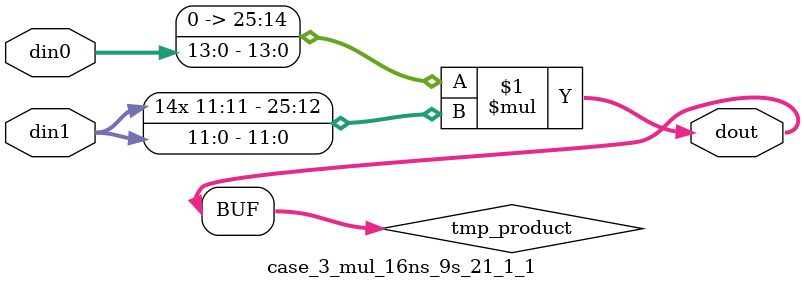
<source format=v>

`timescale 1 ns / 1 ps

 (* use_dsp = "no" *)  module case_3_mul_16ns_9s_21_1_1(din0, din1, dout);
parameter ID = 1;
parameter NUM_STAGE = 0;
parameter din0_WIDTH = 14;
parameter din1_WIDTH = 12;
parameter dout_WIDTH = 26;

input [din0_WIDTH - 1 : 0] din0; 
input [din1_WIDTH - 1 : 0] din1; 
output [dout_WIDTH - 1 : 0] dout;

wire signed [dout_WIDTH - 1 : 0] tmp_product;

























assign tmp_product = $signed({1'b0, din0}) * $signed(din1);










assign dout = tmp_product;





















endmodule

</source>
